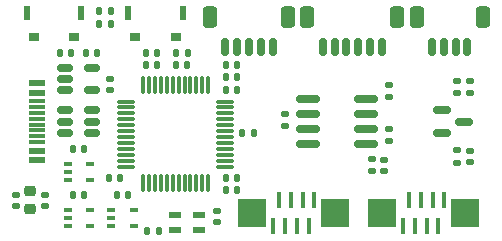
<source format=gbr>
%TF.GenerationSoftware,KiCad,Pcbnew,(6.0.6)*%
%TF.CreationDate,2022-07-10T21:22:37+02:00*%
%TF.ProjectId,GCode_Buttons_MCU,47436f64-655f-4427-9574-746f6e735f4d,rev?*%
%TF.SameCoordinates,Original*%
%TF.FileFunction,Paste,Top*%
%TF.FilePolarity,Positive*%
%FSLAX46Y46*%
G04 Gerber Fmt 4.6, Leading zero omitted, Abs format (unit mm)*
G04 Created by KiCad (PCBNEW (6.0.6)) date 2022-07-10 21:22:37*
%MOMM*%
%LPD*%
G01*
G04 APERTURE LIST*
G04 Aperture macros list*
%AMRoundRect*
0 Rectangle with rounded corners*
0 $1 Rounding radius*
0 $2 $3 $4 $5 $6 $7 $8 $9 X,Y pos of 4 corners*
0 Add a 4 corners polygon primitive as box body*
4,1,4,$2,$3,$4,$5,$6,$7,$8,$9,$2,$3,0*
0 Add four circle primitives for the rounded corners*
1,1,$1+$1,$2,$3*
1,1,$1+$1,$4,$5*
1,1,$1+$1,$6,$7*
1,1,$1+$1,$8,$9*
0 Add four rect primitives between the rounded corners*
20,1,$1+$1,$2,$3,$4,$5,0*
20,1,$1+$1,$4,$5,$6,$7,0*
20,1,$1+$1,$6,$7,$8,$9,0*
20,1,$1+$1,$8,$9,$2,$3,0*%
G04 Aperture macros list end*
%ADD10RoundRect,0.140000X0.170000X-0.140000X0.170000X0.140000X-0.170000X0.140000X-0.170000X-0.140000X0*%
%ADD11RoundRect,0.140000X-0.170000X0.140000X-0.170000X-0.140000X0.170000X-0.140000X0.170000X0.140000X0*%
%ADD12RoundRect,0.140000X0.140000X0.170000X-0.140000X0.170000X-0.140000X-0.170000X0.140000X-0.170000X0*%
%ADD13RoundRect,0.140000X-0.140000X-0.170000X0.140000X-0.170000X0.140000X0.170000X-0.140000X0.170000X0*%
%ADD14RoundRect,0.150000X-0.587500X-0.150000X0.587500X-0.150000X0.587500X0.150000X-0.587500X0.150000X0*%
%ADD15RoundRect,0.147500X-0.172500X0.147500X-0.172500X-0.147500X0.172500X-0.147500X0.172500X0.147500X0*%
%ADD16RoundRect,0.147500X0.172500X-0.147500X0.172500X0.147500X-0.172500X0.147500X-0.172500X-0.147500X0*%
%ADD17RoundRect,0.147500X0.147500X0.172500X-0.147500X0.172500X-0.147500X-0.172500X0.147500X-0.172500X0*%
%ADD18R,1.000000X0.600000*%
%ADD19RoundRect,0.218750X-0.256250X0.218750X-0.256250X-0.218750X0.256250X-0.218750X0.256250X0.218750X0*%
%ADD20R,1.450000X0.600000*%
%ADD21R,1.450000X0.300000*%
%ADD22RoundRect,0.150000X-0.150000X-0.625000X0.150000X-0.625000X0.150000X0.625000X-0.150000X0.625000X0*%
%ADD23RoundRect,0.250000X-0.350000X-0.650000X0.350000X-0.650000X0.350000X0.650000X-0.350000X0.650000X0*%
%ADD24RoundRect,0.135000X-0.135000X-0.185000X0.135000X-0.185000X0.135000X0.185000X-0.135000X0.185000X0*%
%ADD25RoundRect,0.135000X0.185000X-0.135000X0.185000X0.135000X-0.185000X0.135000X-0.185000X-0.135000X0*%
%ADD26RoundRect,0.135000X0.135000X0.185000X-0.135000X0.185000X-0.135000X-0.185000X0.135000X-0.185000X0*%
%ADD27RoundRect,0.135000X-0.185000X0.135000X-0.185000X-0.135000X0.185000X-0.135000X0.185000X0.135000X0*%
%ADD28R,0.900000X0.800000*%
%ADD29R,0.600000X1.200000*%
%ADD30RoundRect,0.075000X-0.075000X0.662500X-0.075000X-0.662500X0.075000X-0.662500X0.075000X0.662500X0*%
%ADD31RoundRect,0.075000X-0.662500X0.075000X-0.662500X-0.075000X0.662500X-0.075000X0.662500X0.075000X0*%
%ADD32RoundRect,0.150000X-0.825000X-0.150000X0.825000X-0.150000X0.825000X0.150000X-0.825000X0.150000X0*%
%ADD33RoundRect,0.150000X-0.512500X-0.150000X0.512500X-0.150000X0.512500X0.150000X-0.512500X0.150000X0*%
%ADD34R,0.650000X0.400000*%
%ADD35R,2.400000X2.400000*%
%ADD36R,0.400000X1.350000*%
G04 APERTURE END LIST*
D10*
%TO.C,C1*%
X127250000Y-100330000D03*
X127250000Y-99370000D03*
%TD*%
D11*
%TO.C,C2*%
X104450000Y-106170000D03*
X104450000Y-107130000D03*
%TD*%
D10*
%TO.C,C3*%
X106950000Y-107130000D03*
X106950000Y-106170000D03*
%TD*%
D12*
%TO.C,C4*%
X113330000Y-104800000D03*
X112370000Y-104800000D03*
%TD*%
D13*
%TO.C,C5*%
X122270000Y-97300000D03*
X123230000Y-97300000D03*
%TD*%
%TO.C,C6*%
X122270000Y-96250000D03*
X123230000Y-96250000D03*
%TD*%
%TO.C,C7*%
X122270000Y-95200000D03*
X123230000Y-95200000D03*
%TD*%
D12*
%TO.C,C8*%
X116430000Y-95200000D03*
X115470000Y-95200000D03*
%TD*%
%TO.C,C9*%
X116430000Y-94150000D03*
X115470000Y-94150000D03*
%TD*%
D13*
%TO.C,C10*%
X122270000Y-104750000D03*
X123230000Y-104750000D03*
%TD*%
%TO.C,C11*%
X122270000Y-105800000D03*
X123230000Y-105800000D03*
%TD*%
D10*
%TO.C,C12*%
X135650000Y-104180000D03*
X135650000Y-103220000D03*
%TD*%
D12*
%TO.C,C13*%
X110280000Y-102300000D03*
X109320000Y-102300000D03*
%TD*%
D13*
%TO.C,C14*%
X108170000Y-94150000D03*
X109130000Y-94150000D03*
%TD*%
D12*
%TO.C,C15*%
X111330000Y-94150000D03*
X110370000Y-94150000D03*
%TD*%
D10*
%TO.C,C16*%
X112400000Y-97330000D03*
X112400000Y-96370000D03*
%TD*%
D13*
%TO.C,C17*%
X118020000Y-95200000D03*
X118980000Y-95200000D03*
%TD*%
D12*
%TO.C,C18*%
X110280000Y-106200000D03*
X109320000Y-106200000D03*
%TD*%
D13*
%TO.C,C19*%
X113020000Y-106200000D03*
X113980000Y-106200000D03*
%TD*%
D10*
%TO.C,C20*%
X121500000Y-108530000D03*
X121500000Y-107570000D03*
%TD*%
D14*
%TO.C,D1*%
X140562500Y-99050000D03*
X140562500Y-100950000D03*
X142437500Y-100000000D03*
%TD*%
D15*
%TO.C,D2*%
X142900000Y-96565000D03*
X142900000Y-97535000D03*
%TD*%
D16*
%TO.C,D3*%
X142900000Y-103435000D03*
X142900000Y-102465000D03*
%TD*%
D17*
%TO.C,D4*%
X112485000Y-90600000D03*
X111515000Y-90600000D03*
%TD*%
D18*
%TO.C,D5*%
X119950000Y-109200000D03*
X119950000Y-107900000D03*
X117950000Y-107900000D03*
X117950000Y-109200000D03*
%TD*%
D19*
%TO.C,FB1*%
X105700000Y-105862500D03*
X105700000Y-107437500D03*
%TD*%
D20*
%TO.C,J1*%
X106245000Y-96750000D03*
X106245000Y-97550000D03*
D21*
X106245000Y-98750000D03*
X106245000Y-99750000D03*
X106245000Y-100250000D03*
X106245000Y-101250000D03*
D20*
X106245000Y-102450000D03*
X106245000Y-103250000D03*
X106245000Y-103250000D03*
X106245000Y-102450000D03*
D21*
X106245000Y-101750000D03*
X106245000Y-100750000D03*
X106245000Y-99250000D03*
X106245000Y-98250000D03*
D20*
X106245000Y-97550000D03*
X106245000Y-96750000D03*
%TD*%
D22*
%TO.C,J5*%
X139700000Y-93675000D03*
X140700000Y-93675000D03*
X141700000Y-93675000D03*
X142700000Y-93675000D03*
D23*
X138400000Y-91150000D03*
X144000000Y-91150000D03*
%TD*%
D22*
%TO.C,J6*%
X130450000Y-93675000D03*
X131450000Y-93675000D03*
X132450000Y-93675000D03*
X133450000Y-93675000D03*
X134450000Y-93675000D03*
X135450000Y-93675000D03*
D23*
X136750000Y-91150000D03*
X129150000Y-91150000D03*
%TD*%
D22*
%TO.C,J7*%
X122200000Y-93675000D03*
X123200000Y-93675000D03*
X124200000Y-93675000D03*
X125200000Y-93675000D03*
X126200000Y-93675000D03*
D23*
X120900000Y-91150000D03*
X127500000Y-91150000D03*
%TD*%
D24*
%TO.C,R1*%
X123640000Y-100950000D03*
X124660000Y-100950000D03*
%TD*%
D25*
%TO.C,R2*%
X136050000Y-97910000D03*
X136050000Y-96890000D03*
%TD*%
%TO.C,R3*%
X134600000Y-104210000D03*
X134600000Y-103190000D03*
%TD*%
D26*
%TO.C,R4*%
X119010000Y-94150000D03*
X117990000Y-94150000D03*
%TD*%
D25*
%TO.C,R5*%
X136100000Y-101610000D03*
X136100000Y-100590000D03*
%TD*%
D27*
%TO.C,R6*%
X141800000Y-96540000D03*
X141800000Y-97560000D03*
%TD*%
D25*
%TO.C,R7*%
X141800000Y-103460000D03*
X141800000Y-102440000D03*
%TD*%
D26*
%TO.C,R8*%
X112510000Y-91700000D03*
X111490000Y-91700000D03*
%TD*%
D24*
%TO.C,R9*%
X115590000Y-109300000D03*
X116610000Y-109300000D03*
%TD*%
D28*
%TO.C,SW1*%
X106000000Y-92800000D03*
X109400000Y-92800000D03*
D29*
X105400000Y-90800000D03*
X110000000Y-90800000D03*
%TD*%
D28*
%TO.C,SW2*%
X114600000Y-92800000D03*
X118000000Y-92800000D03*
D29*
X118600000Y-90800000D03*
X114000000Y-90800000D03*
%TD*%
D30*
%TO.C,U1*%
X120750000Y-96887500D03*
X120250000Y-96887500D03*
X119750000Y-96887500D03*
X119250000Y-96887500D03*
X118750000Y-96887500D03*
X118250000Y-96887500D03*
X117750000Y-96887500D03*
X117250000Y-96887500D03*
X116750000Y-96887500D03*
X116250000Y-96887500D03*
X115750000Y-96887500D03*
X115250000Y-96887500D03*
D31*
X113837500Y-98300000D03*
X113837500Y-98800000D03*
X113837500Y-99300000D03*
X113837500Y-99800000D03*
X113837500Y-100300000D03*
X113837500Y-100800000D03*
X113837500Y-101300000D03*
X113837500Y-101800000D03*
X113837500Y-102300000D03*
X113837500Y-102800000D03*
X113837500Y-103300000D03*
X113837500Y-103800000D03*
D30*
X115250000Y-105212500D03*
X115750000Y-105212500D03*
X116250000Y-105212500D03*
X116750000Y-105212500D03*
X117250000Y-105212500D03*
X117750000Y-105212500D03*
X118250000Y-105212500D03*
X118750000Y-105212500D03*
X119250000Y-105212500D03*
X119750000Y-105212500D03*
X120250000Y-105212500D03*
X120750000Y-105212500D03*
D31*
X122162500Y-103800000D03*
X122162500Y-103300000D03*
X122162500Y-102800000D03*
X122162500Y-102300000D03*
X122162500Y-101800000D03*
X122162500Y-101300000D03*
X122162500Y-100800000D03*
X122162500Y-100300000D03*
X122162500Y-99800000D03*
X122162500Y-99300000D03*
X122162500Y-98800000D03*
X122162500Y-98300000D03*
%TD*%
D32*
%TO.C,U2*%
X129175000Y-98095000D03*
X129175000Y-99365000D03*
X129175000Y-100635000D03*
X129175000Y-101905000D03*
X134125000Y-101905000D03*
X134125000Y-100635000D03*
X134125000Y-99365000D03*
X134125000Y-98095000D03*
%TD*%
D33*
%TO.C,U3*%
X108662500Y-99050000D03*
X108662500Y-100000000D03*
X108662500Y-100950000D03*
X110937500Y-100950000D03*
X110937500Y-100000000D03*
X110937500Y-99050000D03*
%TD*%
D34*
%TO.C,U4*%
X108850000Y-103600000D03*
X108850000Y-104250000D03*
X108850000Y-104900000D03*
X110750000Y-104900000D03*
X110750000Y-103600000D03*
%TD*%
D33*
%TO.C,U5*%
X108662500Y-95450000D03*
X108662500Y-96400000D03*
X108662500Y-97350000D03*
X110937500Y-97350000D03*
X110937500Y-95450000D03*
%TD*%
D34*
%TO.C,U6*%
X108850000Y-107500000D03*
X108850000Y-108150000D03*
X108850000Y-108800000D03*
X110750000Y-108800000D03*
X110750000Y-107500000D03*
%TD*%
%TO.C,U7*%
X112550000Y-107500000D03*
X112550000Y-108150000D03*
X112550000Y-108800000D03*
X114450000Y-108800000D03*
X114450000Y-107500000D03*
%TD*%
D35*
%TO.C,J3*%
X135500000Y-107700000D03*
X142500000Y-107700000D03*
D36*
X140750000Y-106600000D03*
X140250000Y-108800000D03*
X139750000Y-106600000D03*
X139250000Y-108800000D03*
X138750000Y-106600000D03*
X138250000Y-108800000D03*
X137750000Y-106600000D03*
X137250000Y-108800000D03*
%TD*%
D35*
%TO.C,J2*%
X124500000Y-107700000D03*
X131500000Y-107700000D03*
D36*
X129750000Y-106600000D03*
X129250000Y-108800000D03*
X128750000Y-106600000D03*
X128250000Y-108800000D03*
X127750000Y-106600000D03*
X127250000Y-108800000D03*
X126750000Y-106600000D03*
X126250000Y-108800000D03*
%TD*%
M02*

</source>
